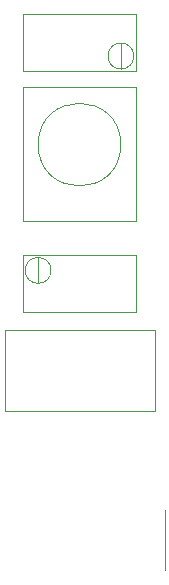
<source format=gbr>
G04 #@! TF.GenerationSoftware,KiCad,Pcbnew,(5.1.5-0-10_14)*
G04 #@! TF.CreationDate,2020-09-23T15:18:55-04:00*
G04 #@! TF.ProjectId,AYOMSM - VCA Control Board,41594f4d-534d-4202-9d20-56434120436f,1.1*
G04 #@! TF.SameCoordinates,Original*
G04 #@! TF.FileFunction,Other,Fab,Top*
%FSLAX46Y46*%
G04 Gerber Fmt 4.6, Leading zero omitted, Abs format (unit mm)*
G04 Created by KiCad (PCBNEW (5.1.5-0-10_14)) date 2020-09-23 15:18:55*
%MOMM*%
%LPD*%
G04 APERTURE LIST*
%ADD10C,0.100000*%
%ADD11C,0.120000*%
G04 APERTURE END LIST*
D10*
X81995000Y-75616000D02*
X81994000Y-77785000D01*
X81995000Y-75616000D02*
X81994000Y-77785000D01*
X80725000Y-80261000D02*
X90255000Y-80261000D01*
X80725000Y-75431000D02*
X80725000Y-80261000D01*
X90255000Y-75431000D02*
X80725000Y-75431000D01*
X90255000Y-80261000D02*
X90255000Y-75431000D01*
X83090000Y-76701000D02*
G75*
G03X83090000Y-76701000I-1095000J0D01*
G01*
X90100000Y-58554000D02*
G75*
G03X90100000Y-58554000I-1095000J0D01*
G01*
X80745000Y-54994000D02*
X80745000Y-59824000D01*
X80745000Y-59824000D02*
X90275000Y-59824000D01*
X90275000Y-59824000D02*
X90275000Y-54994000D01*
X90275000Y-54994000D02*
X80745000Y-54994000D01*
X89005000Y-59639000D02*
X89006000Y-57470000D01*
X89005000Y-59639000D02*
X89006000Y-57470000D01*
X89000000Y-66056000D02*
G75*
G03X89000000Y-66056000I-3500000J0D01*
G01*
X90250000Y-72556000D02*
X80750000Y-72556000D01*
X90250000Y-61206000D02*
X80750000Y-61206000D01*
X80750000Y-72556000D02*
X80750000Y-61206000D01*
X90250000Y-72556000D02*
X90250000Y-61206000D01*
X92710000Y-97028000D02*
X92710000Y-102108000D01*
D11*
X79172800Y-81759800D02*
X79172800Y-88619800D01*
X79172800Y-81759800D02*
X91872800Y-81759800D01*
X79172800Y-88619800D02*
X91872800Y-88619800D01*
X91872800Y-81759800D02*
X91872800Y-88619800D01*
M02*

</source>
